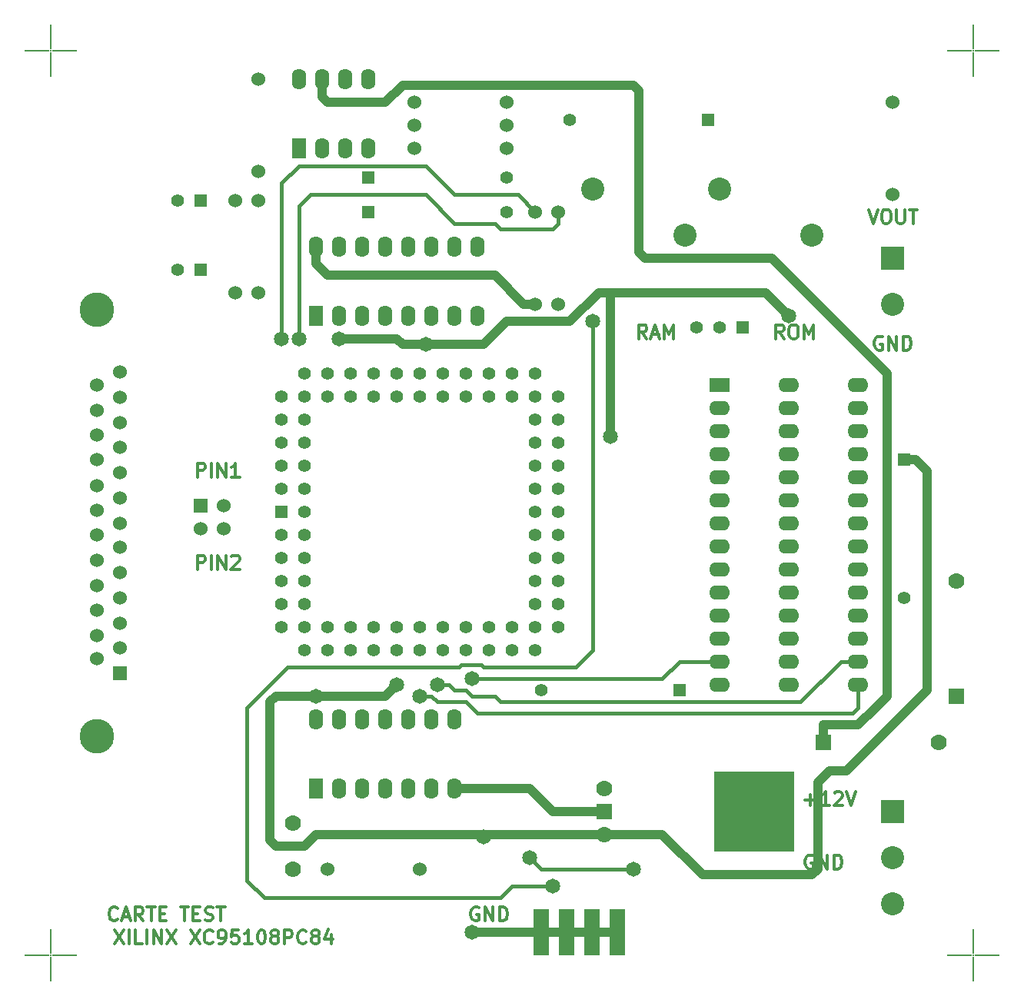
<source format=gtl>
G04 (created by PCBNEW-RS274X (2012-apr-16-27)-stable) date Втр 01 Янв 2013 22:40:23*
G01*
G70*
G90*
%MOIN*%
G04 Gerber Fmt 3.4, Leading zero omitted, Abs format*
%FSLAX34Y34*%
G04 APERTURE LIST*
%ADD10C,0.006000*%
%ADD11C,0.012000*%
%ADD12R,0.090000X0.062000*%
%ADD13O,0.090000X0.062000*%
%ADD14R,0.110000X0.010000*%
%ADD15R,0.010000X0.110000*%
%ADD16C,0.010000*%
%ADD17R,0.090000X0.010000*%
%ADD18R,0.070000X0.200000*%
%ADD19R,0.100000X0.100000*%
%ADD20C,0.100000*%
%ADD21C,0.060000*%
%ADD22C,0.070000*%
%ADD23R,0.070000X0.070000*%
%ADD24R,0.055000X0.055000*%
%ADD25C,0.055000*%
%ADD26R,0.062000X0.090000*%
%ADD27O,0.062000X0.090000*%
%ADD28R,0.060000X0.060000*%
%ADD29R,0.350000X0.350000*%
%ADD30C,0.150000*%
%ADD31C,0.065000*%
%ADD32C,0.040000*%
%ADD33C,0.017000*%
G04 APERTURE END LIST*
G54D10*
G54D11*
X69029Y-26743D02*
X68829Y-26457D01*
X68686Y-26743D02*
X68686Y-26143D01*
X68914Y-26143D01*
X68972Y-26171D01*
X69000Y-26200D01*
X69029Y-26257D01*
X69029Y-26343D01*
X69000Y-26400D01*
X68972Y-26429D01*
X68914Y-26457D01*
X68686Y-26457D01*
X69400Y-26143D02*
X69514Y-26143D01*
X69572Y-26171D01*
X69629Y-26229D01*
X69657Y-26343D01*
X69657Y-26543D01*
X69629Y-26657D01*
X69572Y-26714D01*
X69514Y-26743D01*
X69400Y-26743D01*
X69343Y-26714D01*
X69286Y-26657D01*
X69257Y-26543D01*
X69257Y-26343D01*
X69286Y-26229D01*
X69343Y-26171D01*
X69400Y-26143D01*
X69915Y-26743D02*
X69915Y-26143D01*
X70115Y-26571D01*
X70315Y-26143D01*
X70315Y-26743D01*
X40009Y-52393D02*
X40409Y-52993D01*
X40409Y-52393D02*
X40009Y-52993D01*
X40637Y-52993D02*
X40637Y-52393D01*
X41209Y-52993D02*
X40923Y-52993D01*
X40923Y-52393D01*
X41409Y-52993D02*
X41409Y-52393D01*
X41695Y-52993D02*
X41695Y-52393D01*
X42038Y-52993D01*
X42038Y-52393D01*
X42267Y-52393D02*
X42667Y-52993D01*
X42667Y-52393D02*
X42267Y-52993D01*
X43295Y-52393D02*
X43695Y-52993D01*
X43695Y-52393D02*
X43295Y-52993D01*
X44266Y-52936D02*
X44237Y-52964D01*
X44151Y-52993D01*
X44094Y-52993D01*
X44009Y-52964D01*
X43951Y-52907D01*
X43923Y-52850D01*
X43894Y-52736D01*
X43894Y-52650D01*
X43923Y-52536D01*
X43951Y-52479D01*
X44009Y-52421D01*
X44094Y-52393D01*
X44151Y-52393D01*
X44237Y-52421D01*
X44266Y-52450D01*
X44551Y-52993D02*
X44666Y-52993D01*
X44723Y-52964D01*
X44751Y-52936D01*
X44809Y-52850D01*
X44837Y-52736D01*
X44837Y-52507D01*
X44809Y-52450D01*
X44780Y-52421D01*
X44723Y-52393D01*
X44609Y-52393D01*
X44551Y-52421D01*
X44523Y-52450D01*
X44494Y-52507D01*
X44494Y-52650D01*
X44523Y-52707D01*
X44551Y-52736D01*
X44609Y-52764D01*
X44723Y-52764D01*
X44780Y-52736D01*
X44809Y-52707D01*
X44837Y-52650D01*
X45380Y-52393D02*
X45094Y-52393D01*
X45065Y-52679D01*
X45094Y-52650D01*
X45151Y-52621D01*
X45294Y-52621D01*
X45351Y-52650D01*
X45380Y-52679D01*
X45408Y-52736D01*
X45408Y-52879D01*
X45380Y-52936D01*
X45351Y-52964D01*
X45294Y-52993D01*
X45151Y-52993D01*
X45094Y-52964D01*
X45065Y-52936D01*
X45979Y-52993D02*
X45636Y-52993D01*
X45808Y-52993D02*
X45808Y-52393D01*
X45751Y-52479D01*
X45693Y-52536D01*
X45636Y-52564D01*
X46350Y-52393D02*
X46407Y-52393D01*
X46464Y-52421D01*
X46493Y-52450D01*
X46522Y-52507D01*
X46550Y-52621D01*
X46550Y-52764D01*
X46522Y-52879D01*
X46493Y-52936D01*
X46464Y-52964D01*
X46407Y-52993D01*
X46350Y-52993D01*
X46293Y-52964D01*
X46264Y-52936D01*
X46236Y-52879D01*
X46207Y-52764D01*
X46207Y-52621D01*
X46236Y-52507D01*
X46264Y-52450D01*
X46293Y-52421D01*
X46350Y-52393D01*
X46893Y-52650D02*
X46835Y-52621D01*
X46807Y-52593D01*
X46778Y-52536D01*
X46778Y-52507D01*
X46807Y-52450D01*
X46835Y-52421D01*
X46893Y-52393D01*
X47007Y-52393D01*
X47064Y-52421D01*
X47093Y-52450D01*
X47121Y-52507D01*
X47121Y-52536D01*
X47093Y-52593D01*
X47064Y-52621D01*
X47007Y-52650D01*
X46893Y-52650D01*
X46835Y-52679D01*
X46807Y-52707D01*
X46778Y-52764D01*
X46778Y-52879D01*
X46807Y-52936D01*
X46835Y-52964D01*
X46893Y-52993D01*
X47007Y-52993D01*
X47064Y-52964D01*
X47093Y-52936D01*
X47121Y-52879D01*
X47121Y-52764D01*
X47093Y-52707D01*
X47064Y-52679D01*
X47007Y-52650D01*
X47378Y-52993D02*
X47378Y-52393D01*
X47606Y-52393D01*
X47664Y-52421D01*
X47692Y-52450D01*
X47721Y-52507D01*
X47721Y-52593D01*
X47692Y-52650D01*
X47664Y-52679D01*
X47606Y-52707D01*
X47378Y-52707D01*
X48321Y-52936D02*
X48292Y-52964D01*
X48206Y-52993D01*
X48149Y-52993D01*
X48064Y-52964D01*
X48006Y-52907D01*
X47978Y-52850D01*
X47949Y-52736D01*
X47949Y-52650D01*
X47978Y-52536D01*
X48006Y-52479D01*
X48064Y-52421D01*
X48149Y-52393D01*
X48206Y-52393D01*
X48292Y-52421D01*
X48321Y-52450D01*
X48664Y-52650D02*
X48606Y-52621D01*
X48578Y-52593D01*
X48549Y-52536D01*
X48549Y-52507D01*
X48578Y-52450D01*
X48606Y-52421D01*
X48664Y-52393D01*
X48778Y-52393D01*
X48835Y-52421D01*
X48864Y-52450D01*
X48892Y-52507D01*
X48892Y-52536D01*
X48864Y-52593D01*
X48835Y-52621D01*
X48778Y-52650D01*
X48664Y-52650D01*
X48606Y-52679D01*
X48578Y-52707D01*
X48549Y-52764D01*
X48549Y-52879D01*
X48578Y-52936D01*
X48606Y-52964D01*
X48664Y-52993D01*
X48778Y-52993D01*
X48835Y-52964D01*
X48864Y-52936D01*
X48892Y-52879D01*
X48892Y-52764D01*
X48864Y-52707D01*
X48835Y-52679D01*
X48778Y-52650D01*
X49406Y-52593D02*
X49406Y-52993D01*
X49263Y-52364D02*
X49120Y-52793D01*
X49492Y-52793D01*
X40137Y-51936D02*
X40108Y-51964D01*
X40022Y-51993D01*
X39965Y-51993D01*
X39880Y-51964D01*
X39822Y-51907D01*
X39794Y-51850D01*
X39765Y-51736D01*
X39765Y-51650D01*
X39794Y-51536D01*
X39822Y-51479D01*
X39880Y-51421D01*
X39965Y-51393D01*
X40022Y-51393D01*
X40108Y-51421D01*
X40137Y-51450D01*
X40365Y-51821D02*
X40651Y-51821D01*
X40308Y-51993D02*
X40508Y-51393D01*
X40708Y-51993D01*
X41251Y-51993D02*
X41051Y-51707D01*
X40908Y-51993D02*
X40908Y-51393D01*
X41136Y-51393D01*
X41194Y-51421D01*
X41222Y-51450D01*
X41251Y-51507D01*
X41251Y-51593D01*
X41222Y-51650D01*
X41194Y-51679D01*
X41136Y-51707D01*
X40908Y-51707D01*
X41422Y-51393D02*
X41765Y-51393D01*
X41594Y-51993D02*
X41594Y-51393D01*
X41965Y-51679D02*
X42165Y-51679D01*
X42251Y-51993D02*
X41965Y-51993D01*
X41965Y-51393D01*
X42251Y-51393D01*
X42879Y-51393D02*
X43222Y-51393D01*
X43051Y-51993D02*
X43051Y-51393D01*
X43422Y-51679D02*
X43622Y-51679D01*
X43708Y-51993D02*
X43422Y-51993D01*
X43422Y-51393D01*
X43708Y-51393D01*
X43936Y-51964D02*
X44022Y-51993D01*
X44165Y-51993D01*
X44222Y-51964D01*
X44251Y-51936D01*
X44279Y-51879D01*
X44279Y-51821D01*
X44251Y-51764D01*
X44222Y-51736D01*
X44165Y-51707D01*
X44051Y-51679D01*
X43993Y-51650D01*
X43965Y-51621D01*
X43936Y-51564D01*
X43936Y-51507D01*
X43965Y-51450D01*
X43993Y-51421D01*
X44051Y-51393D01*
X44193Y-51393D01*
X44279Y-51421D01*
X44450Y-51393D02*
X44793Y-51393D01*
X44622Y-51993D02*
X44622Y-51393D01*
X43600Y-36743D02*
X43600Y-36143D01*
X43828Y-36143D01*
X43886Y-36171D01*
X43914Y-36200D01*
X43943Y-36257D01*
X43943Y-36343D01*
X43914Y-36400D01*
X43886Y-36429D01*
X43828Y-36457D01*
X43600Y-36457D01*
X44200Y-36743D02*
X44200Y-36143D01*
X44486Y-36743D02*
X44486Y-36143D01*
X44829Y-36743D01*
X44829Y-36143D01*
X45086Y-36200D02*
X45115Y-36171D01*
X45172Y-36143D01*
X45315Y-36143D01*
X45372Y-36171D01*
X45401Y-36200D01*
X45429Y-36257D01*
X45429Y-36314D01*
X45401Y-36400D01*
X45058Y-36743D01*
X45429Y-36743D01*
X43600Y-32743D02*
X43600Y-32143D01*
X43828Y-32143D01*
X43886Y-32171D01*
X43914Y-32200D01*
X43943Y-32257D01*
X43943Y-32343D01*
X43914Y-32400D01*
X43886Y-32429D01*
X43828Y-32457D01*
X43600Y-32457D01*
X44200Y-32743D02*
X44200Y-32143D01*
X44486Y-32743D02*
X44486Y-32143D01*
X44829Y-32743D01*
X44829Y-32143D01*
X45429Y-32743D02*
X45086Y-32743D01*
X45258Y-32743D02*
X45258Y-32143D01*
X45201Y-32229D01*
X45143Y-32286D01*
X45086Y-32314D01*
X55793Y-51421D02*
X55736Y-51393D01*
X55650Y-51393D01*
X55565Y-51421D01*
X55507Y-51479D01*
X55479Y-51536D01*
X55450Y-51650D01*
X55450Y-51736D01*
X55479Y-51850D01*
X55507Y-51907D01*
X55565Y-51964D01*
X55650Y-51993D01*
X55707Y-51993D01*
X55793Y-51964D01*
X55822Y-51936D01*
X55822Y-51736D01*
X55707Y-51736D01*
X56079Y-51993D02*
X56079Y-51393D01*
X56422Y-51993D01*
X56422Y-51393D01*
X56708Y-51993D02*
X56708Y-51393D01*
X56851Y-51393D01*
X56936Y-51421D01*
X56994Y-51479D01*
X57022Y-51536D01*
X57051Y-51650D01*
X57051Y-51736D01*
X57022Y-51850D01*
X56994Y-51907D01*
X56936Y-51964D01*
X56851Y-51993D01*
X56708Y-51993D01*
X72693Y-21143D02*
X72893Y-21743D01*
X73093Y-21143D01*
X73407Y-21143D02*
X73521Y-21143D01*
X73579Y-21171D01*
X73636Y-21229D01*
X73664Y-21343D01*
X73664Y-21543D01*
X73636Y-21657D01*
X73579Y-21714D01*
X73521Y-21743D01*
X73407Y-21743D01*
X73350Y-21714D01*
X73293Y-21657D01*
X73264Y-21543D01*
X73264Y-21343D01*
X73293Y-21229D01*
X73350Y-21171D01*
X73407Y-21143D01*
X73922Y-21143D02*
X73922Y-21629D01*
X73950Y-21686D01*
X73979Y-21714D01*
X74036Y-21743D01*
X74150Y-21743D01*
X74208Y-21714D01*
X74236Y-21686D01*
X74265Y-21629D01*
X74265Y-21143D01*
X74465Y-21143D02*
X74808Y-21143D01*
X74637Y-21743D02*
X74637Y-21143D01*
X73293Y-26671D02*
X73236Y-26643D01*
X73150Y-26643D01*
X73065Y-26671D01*
X73007Y-26729D01*
X72979Y-26786D01*
X72950Y-26900D01*
X72950Y-26986D01*
X72979Y-27100D01*
X73007Y-27157D01*
X73065Y-27214D01*
X73150Y-27243D01*
X73207Y-27243D01*
X73293Y-27214D01*
X73322Y-27186D01*
X73322Y-26986D01*
X73207Y-26986D01*
X73579Y-27243D02*
X73579Y-26643D01*
X73922Y-27243D01*
X73922Y-26643D01*
X74208Y-27243D02*
X74208Y-26643D01*
X74351Y-26643D01*
X74436Y-26671D01*
X74494Y-26729D01*
X74522Y-26786D01*
X74551Y-26900D01*
X74551Y-26986D01*
X74522Y-27100D01*
X74494Y-27157D01*
X74436Y-27214D01*
X74351Y-27243D01*
X74208Y-27243D01*
X69944Y-46764D02*
X70401Y-46764D01*
X70172Y-46993D02*
X70172Y-46536D01*
X71001Y-46993D02*
X70658Y-46993D01*
X70830Y-46993D02*
X70830Y-46393D01*
X70773Y-46479D01*
X70715Y-46536D01*
X70658Y-46564D01*
X71229Y-46450D02*
X71258Y-46421D01*
X71315Y-46393D01*
X71458Y-46393D01*
X71515Y-46421D01*
X71544Y-46450D01*
X71572Y-46507D01*
X71572Y-46564D01*
X71544Y-46650D01*
X71201Y-46993D01*
X71572Y-46993D01*
X71743Y-46393D02*
X71943Y-46993D01*
X72143Y-46393D01*
X70293Y-49171D02*
X70236Y-49143D01*
X70150Y-49143D01*
X70065Y-49171D01*
X70007Y-49229D01*
X69979Y-49286D01*
X69950Y-49400D01*
X69950Y-49486D01*
X69979Y-49600D01*
X70007Y-49657D01*
X70065Y-49714D01*
X70150Y-49743D01*
X70207Y-49743D01*
X70293Y-49714D01*
X70322Y-49686D01*
X70322Y-49486D01*
X70207Y-49486D01*
X70579Y-49743D02*
X70579Y-49143D01*
X70922Y-49743D01*
X70922Y-49143D01*
X71208Y-49743D02*
X71208Y-49143D01*
X71351Y-49143D01*
X71436Y-49171D01*
X71494Y-49229D01*
X71522Y-49286D01*
X71551Y-49400D01*
X71551Y-49486D01*
X71522Y-49600D01*
X71494Y-49657D01*
X71436Y-49714D01*
X71351Y-49743D01*
X71208Y-49743D01*
X63086Y-26743D02*
X62886Y-26457D01*
X62743Y-26743D02*
X62743Y-26143D01*
X62971Y-26143D01*
X63029Y-26171D01*
X63057Y-26200D01*
X63086Y-26257D01*
X63086Y-26343D01*
X63057Y-26400D01*
X63029Y-26429D01*
X62971Y-26457D01*
X62743Y-26457D01*
X63314Y-26571D02*
X63600Y-26571D01*
X63257Y-26743D02*
X63457Y-26143D01*
X63657Y-26743D01*
X63857Y-26743D02*
X63857Y-26143D01*
X64057Y-26571D01*
X64257Y-26143D01*
X64257Y-26743D01*
G54D12*
X66250Y-28750D03*
G54D13*
X66250Y-29750D03*
X66250Y-30750D03*
X66250Y-31750D03*
X66250Y-32750D03*
X66250Y-33750D03*
X66250Y-34750D03*
X66250Y-35750D03*
X66250Y-36750D03*
X66250Y-37750D03*
X66250Y-38750D03*
X66250Y-39750D03*
X66250Y-40750D03*
X66250Y-41750D03*
X72250Y-41750D03*
X72250Y-40750D03*
X72250Y-39750D03*
X72250Y-38750D03*
X72250Y-37750D03*
X72250Y-36750D03*
X72250Y-35750D03*
X72250Y-34750D03*
X72250Y-33750D03*
X72250Y-32750D03*
X72250Y-31750D03*
X72250Y-30750D03*
X72250Y-29750D03*
X72250Y-28750D03*
X69250Y-41750D03*
X69250Y-40750D03*
X69250Y-39750D03*
X69250Y-38750D03*
X69250Y-37750D03*
X69250Y-36750D03*
X69250Y-35750D03*
X69250Y-34750D03*
X69250Y-33750D03*
X69250Y-32750D03*
X69250Y-31750D03*
X69250Y-30750D03*
X69250Y-29750D03*
X69250Y-28750D03*
G54D14*
X36650Y-14250D03*
G54D15*
X37250Y-13650D03*
G54D16*
X37250Y-14250D03*
G54D17*
X36650Y-14250D03*
G54D15*
X37250Y-14850D03*
G54D14*
X37850Y-14250D03*
X76650Y-14250D03*
G54D15*
X77250Y-13650D03*
G54D16*
X77250Y-14250D03*
G54D17*
X76650Y-14250D03*
G54D15*
X77250Y-14850D03*
G54D14*
X77850Y-14250D03*
X76650Y-53500D03*
G54D15*
X77250Y-52900D03*
G54D16*
X77250Y-53500D03*
G54D17*
X76650Y-53500D03*
G54D15*
X77250Y-54100D03*
G54D14*
X77850Y-53500D03*
X36650Y-53500D03*
G54D15*
X37250Y-52900D03*
G54D16*
X37250Y-53500D03*
G54D17*
X36650Y-53500D03*
G54D15*
X37250Y-54100D03*
G54D14*
X37850Y-53500D03*
G54D18*
X61800Y-52500D03*
X60700Y-52500D03*
X59600Y-52500D03*
X58500Y-52500D03*
G54D19*
X73750Y-47250D03*
G54D20*
X73750Y-49250D03*
X73750Y-51250D03*
G54D21*
X46250Y-15500D03*
X46250Y-19500D03*
X53000Y-16500D03*
X57000Y-16500D03*
X73750Y-20500D03*
X73750Y-16500D03*
X53000Y-18500D03*
X57000Y-18500D03*
X53000Y-17500D03*
X57000Y-17500D03*
G54D22*
X76500Y-37250D03*
G54D23*
X76500Y-42250D03*
G54D24*
X65750Y-17250D03*
G54D25*
X59750Y-17250D03*
G54D24*
X51000Y-19750D03*
G54D25*
X57000Y-19750D03*
G54D26*
X48000Y-18500D03*
G54D27*
X49000Y-18500D03*
X50000Y-18500D03*
X51000Y-18500D03*
X51000Y-15500D03*
X50000Y-15500D03*
X49000Y-15500D03*
X48000Y-15500D03*
G54D28*
X43750Y-34000D03*
G54D21*
X44750Y-34000D03*
X43750Y-35000D03*
X44750Y-35000D03*
X59250Y-25250D03*
X59250Y-21250D03*
X58250Y-25250D03*
X58250Y-21250D03*
X45250Y-20750D03*
X45250Y-24750D03*
X46250Y-20750D03*
X46250Y-24750D03*
G54D24*
X43750Y-23750D03*
G54D25*
X42750Y-23750D03*
G54D24*
X43750Y-20750D03*
G54D25*
X42750Y-20750D03*
G54D19*
X73750Y-23250D03*
G54D20*
X73750Y-25250D03*
G54D24*
X67250Y-26250D03*
G54D25*
X66250Y-26250D03*
X65250Y-26250D03*
G54D21*
X49250Y-49750D03*
X53250Y-49750D03*
G54D29*
X67750Y-47250D03*
G54D22*
X61250Y-46250D03*
G54D23*
X61250Y-47250D03*
G54D22*
X61250Y-48250D03*
X47750Y-47750D03*
X47750Y-49750D03*
G54D30*
X39250Y-25500D03*
X39250Y-44000D03*
G54D28*
X40250Y-41250D03*
G54D21*
X40250Y-40150D03*
X40250Y-39100D03*
X40250Y-38000D03*
X40250Y-36900D03*
X40250Y-35800D03*
X40250Y-34750D03*
X40250Y-33650D03*
X40250Y-32550D03*
X40250Y-31450D03*
X40250Y-30400D03*
X40250Y-29300D03*
X40250Y-28200D03*
X39250Y-40630D03*
X39250Y-39630D03*
X39250Y-38530D03*
X39250Y-37450D03*
X39250Y-36370D03*
X39250Y-35270D03*
X39250Y-34190D03*
X39250Y-33110D03*
X39250Y-31990D03*
X39250Y-30930D03*
X39250Y-29850D03*
X39250Y-28750D03*
G54D22*
X75750Y-44250D03*
G54D23*
X70750Y-44250D03*
G54D24*
X51000Y-21250D03*
G54D25*
X57000Y-21250D03*
G54D24*
X64500Y-42000D03*
G54D25*
X58500Y-42000D03*
G54D24*
X74250Y-32000D03*
G54D25*
X74250Y-38000D03*
G54D26*
X48750Y-25750D03*
G54D27*
X49750Y-25750D03*
X50750Y-25750D03*
X51750Y-25750D03*
X52750Y-25750D03*
X53750Y-25750D03*
X54750Y-25750D03*
X55750Y-25750D03*
X55750Y-22750D03*
X54750Y-22750D03*
X53750Y-22750D03*
X52750Y-22750D03*
X51750Y-22750D03*
X50750Y-22750D03*
X49750Y-22750D03*
X48750Y-22750D03*
G54D26*
X48750Y-46250D03*
G54D27*
X49750Y-46250D03*
X50750Y-46250D03*
X51750Y-46250D03*
X52750Y-46250D03*
X53750Y-46250D03*
X54750Y-46250D03*
X54750Y-43250D03*
X53750Y-43250D03*
X52750Y-43250D03*
X51750Y-43250D03*
X50750Y-43250D03*
X49750Y-43250D03*
X48750Y-43250D03*
G54D24*
X47250Y-34250D03*
G54D25*
X48250Y-34250D03*
X47250Y-35250D03*
X48250Y-35250D03*
X47250Y-36250D03*
X48250Y-36250D03*
X47250Y-37250D03*
X48250Y-37250D03*
X47250Y-38250D03*
X48250Y-38250D03*
X47250Y-39250D03*
X48250Y-40250D03*
X48250Y-39250D03*
X49250Y-40250D03*
X49250Y-39250D03*
X50250Y-40250D03*
X50250Y-39250D03*
X51250Y-40250D03*
X51250Y-39250D03*
X52250Y-40250D03*
X52250Y-39250D03*
X53250Y-40250D03*
X53250Y-39250D03*
X54250Y-40250D03*
X54250Y-39250D03*
X55250Y-40250D03*
X55250Y-39250D03*
X56250Y-40250D03*
X56250Y-39250D03*
X57250Y-40250D03*
X57250Y-39250D03*
X58250Y-40250D03*
X59250Y-39250D03*
X58250Y-39250D03*
X59250Y-38250D03*
X58250Y-38250D03*
X59250Y-37250D03*
X58250Y-37250D03*
X59250Y-36250D03*
X58250Y-36250D03*
X59250Y-35250D03*
X58250Y-35250D03*
X59250Y-34250D03*
X58250Y-34250D03*
X59250Y-33250D03*
X58250Y-33250D03*
X59250Y-32250D03*
X58250Y-32250D03*
X59250Y-31250D03*
X58250Y-31250D03*
X59250Y-30250D03*
X58250Y-30250D03*
X59250Y-29250D03*
X58250Y-28250D03*
X58250Y-29250D03*
X57250Y-28250D03*
X57250Y-29250D03*
X56250Y-28250D03*
X56250Y-29250D03*
X55250Y-28250D03*
X55250Y-29250D03*
X54250Y-28250D03*
X54250Y-29250D03*
X53250Y-28250D03*
X53250Y-29250D03*
X52250Y-28250D03*
X52250Y-29250D03*
X51250Y-28250D03*
X51250Y-29250D03*
X50250Y-28250D03*
X50250Y-29250D03*
X49250Y-28250D03*
X49250Y-29250D03*
X48250Y-28250D03*
X47250Y-29250D03*
X48250Y-29250D03*
X47250Y-30250D03*
X48250Y-30250D03*
X47250Y-31250D03*
X48250Y-31250D03*
X47250Y-32250D03*
X48250Y-32250D03*
X47250Y-33250D03*
X48250Y-33250D03*
G54D20*
X66250Y-20250D03*
X70250Y-22250D03*
X60750Y-20250D03*
X64750Y-22250D03*
G54D31*
X55500Y-52500D03*
X49750Y-26750D03*
X69250Y-25750D03*
X61500Y-31000D03*
X53500Y-27000D03*
X55500Y-41500D03*
X53250Y-42250D03*
X54000Y-41750D03*
X47250Y-26750D03*
X48000Y-26750D03*
X59000Y-50500D03*
X60750Y-26000D03*
X62500Y-49750D03*
X58000Y-49250D03*
X48750Y-42250D03*
X56000Y-48350D03*
X52250Y-41750D03*
G54D32*
X62750Y-23000D02*
X62750Y-16000D01*
X73500Y-42250D02*
X73500Y-28250D01*
X73500Y-28250D02*
X73000Y-27750D01*
X73000Y-42750D02*
X73500Y-42250D01*
X70750Y-43500D02*
X72250Y-43500D01*
X63000Y-23250D02*
X62750Y-23000D01*
X62500Y-15750D02*
X52500Y-15750D01*
X51750Y-16500D02*
X49250Y-16500D01*
X72250Y-43500D02*
X73000Y-42750D01*
X73000Y-27750D02*
X68500Y-23250D01*
X70750Y-44250D02*
X70750Y-43500D01*
X52500Y-15750D02*
X51750Y-16500D01*
X68500Y-23250D02*
X63000Y-23250D01*
X62750Y-16000D02*
X62500Y-15750D01*
X49250Y-16500D02*
X49000Y-16250D01*
X49000Y-16250D02*
X49000Y-15500D01*
X57750Y-52500D02*
X55500Y-52500D01*
X58500Y-52500D02*
X57750Y-52500D01*
X60700Y-52500D02*
X61750Y-52500D01*
X60750Y-52500D02*
X60700Y-52500D01*
X59600Y-52500D02*
X60750Y-52500D01*
X59500Y-52500D02*
X59600Y-52500D01*
X58500Y-52500D02*
X59500Y-52500D01*
X58000Y-46250D02*
X59000Y-47250D01*
X59000Y-47250D02*
X61250Y-47250D01*
X54750Y-46250D02*
X58000Y-46250D01*
X56000Y-27000D02*
X57000Y-26000D01*
X49750Y-26750D02*
X52250Y-26750D01*
X53500Y-27000D02*
X56000Y-27000D01*
X57000Y-26000D02*
X59750Y-26000D01*
X59750Y-26000D02*
X61000Y-24750D01*
X61000Y-24750D02*
X61500Y-24750D01*
X61500Y-24750D02*
X68250Y-24750D01*
X68250Y-24750D02*
X69250Y-25750D01*
X61500Y-31000D02*
X61500Y-24750D01*
X61750Y-52500D02*
X61800Y-52500D01*
X52500Y-27000D02*
X53500Y-27000D01*
X52250Y-26750D02*
X52500Y-27000D01*
G54D33*
X55500Y-41500D02*
X59500Y-41500D01*
X59500Y-41500D02*
X63750Y-41500D01*
X63750Y-41500D02*
X64500Y-40750D01*
X64500Y-40750D02*
X66250Y-40750D01*
X72250Y-42750D02*
X72250Y-41750D01*
X55250Y-42500D02*
X55750Y-43000D01*
X55750Y-43000D02*
X72000Y-43000D01*
X72000Y-43000D02*
X72250Y-42750D01*
X55250Y-42500D02*
X54000Y-42500D01*
X53750Y-42250D02*
X53250Y-42250D01*
X54000Y-42500D02*
X53750Y-42250D01*
X56750Y-42500D02*
X56500Y-42250D01*
X54000Y-41750D02*
X54500Y-41750D01*
X56500Y-42250D02*
X55500Y-42250D01*
X55250Y-42000D02*
X55500Y-42250D01*
X54750Y-42000D02*
X55250Y-42000D01*
X72250Y-40750D02*
X71500Y-40750D01*
X71500Y-40750D02*
X69750Y-42500D01*
X54500Y-41750D02*
X54750Y-42000D01*
X69750Y-42500D02*
X56750Y-42500D01*
X47250Y-20000D02*
X48000Y-19250D01*
X47250Y-26750D02*
X47250Y-20000D01*
X54750Y-20500D02*
X57500Y-20500D01*
X58250Y-21250D02*
X57500Y-20500D01*
X53500Y-19250D02*
X54750Y-20500D01*
X48000Y-19250D02*
X53500Y-19250D01*
X59250Y-21750D02*
X59250Y-21250D01*
X54750Y-21750D02*
X56500Y-21750D01*
X59000Y-22000D02*
X59250Y-21750D01*
X56500Y-21750D02*
X56750Y-22000D01*
X53500Y-20500D02*
X48500Y-20500D01*
X56750Y-22000D02*
X59000Y-22000D01*
X53500Y-20500D02*
X54750Y-21750D01*
X48000Y-26750D02*
X48000Y-21000D01*
X48500Y-20500D02*
X48000Y-21000D01*
X56750Y-51000D02*
X57250Y-50500D01*
X55900Y-40900D02*
X55050Y-40900D01*
X56000Y-41000D02*
X55900Y-40900D01*
X55050Y-40900D02*
X54950Y-41000D01*
X54950Y-41000D02*
X47500Y-41000D01*
X47500Y-41000D02*
X45750Y-42750D01*
X45750Y-42750D02*
X45750Y-50250D01*
X45750Y-50250D02*
X46500Y-51000D01*
X46500Y-51000D02*
X56750Y-51000D01*
X60000Y-41000D02*
X56000Y-41000D01*
X57250Y-50500D02*
X59000Y-50500D01*
X60750Y-40250D02*
X60000Y-41000D01*
X60750Y-40250D02*
X60750Y-26000D01*
X58500Y-49750D02*
X62500Y-49750D01*
X58000Y-49250D02*
X58500Y-49750D01*
G54D32*
X70500Y-46000D02*
X71000Y-45500D01*
X61250Y-48250D02*
X56000Y-48250D01*
X56000Y-48250D02*
X48750Y-48250D01*
X47000Y-42250D02*
X48750Y-42250D01*
X48750Y-48250D02*
X48250Y-48750D01*
X48250Y-48750D02*
X47000Y-48750D01*
X46750Y-48500D02*
X46750Y-42500D01*
X74750Y-32000D02*
X74250Y-32000D01*
X48750Y-23500D02*
X49250Y-24000D01*
X49250Y-24000D02*
X56500Y-24000D01*
X48750Y-22750D02*
X48750Y-23500D01*
X56000Y-48350D02*
X56000Y-48250D01*
X46750Y-42500D02*
X47000Y-42250D01*
X71750Y-45500D02*
X71000Y-45500D01*
X61250Y-48250D02*
X63750Y-48250D01*
X63750Y-48250D02*
X65500Y-50000D01*
X65500Y-50000D02*
X70250Y-50000D01*
X70500Y-49750D02*
X70500Y-46000D01*
X47000Y-48750D02*
X46750Y-48500D01*
X51750Y-42250D02*
X52250Y-41750D01*
X48750Y-42250D02*
X51750Y-42250D01*
X75250Y-42000D02*
X71750Y-45500D01*
X75250Y-32500D02*
X74750Y-32000D01*
X57750Y-25250D02*
X58250Y-25250D01*
X75250Y-41250D02*
X75250Y-32500D01*
X75250Y-41250D02*
X75250Y-42000D01*
X70250Y-50000D02*
X70500Y-49750D01*
X56500Y-24000D02*
X57750Y-25250D01*
M02*

</source>
